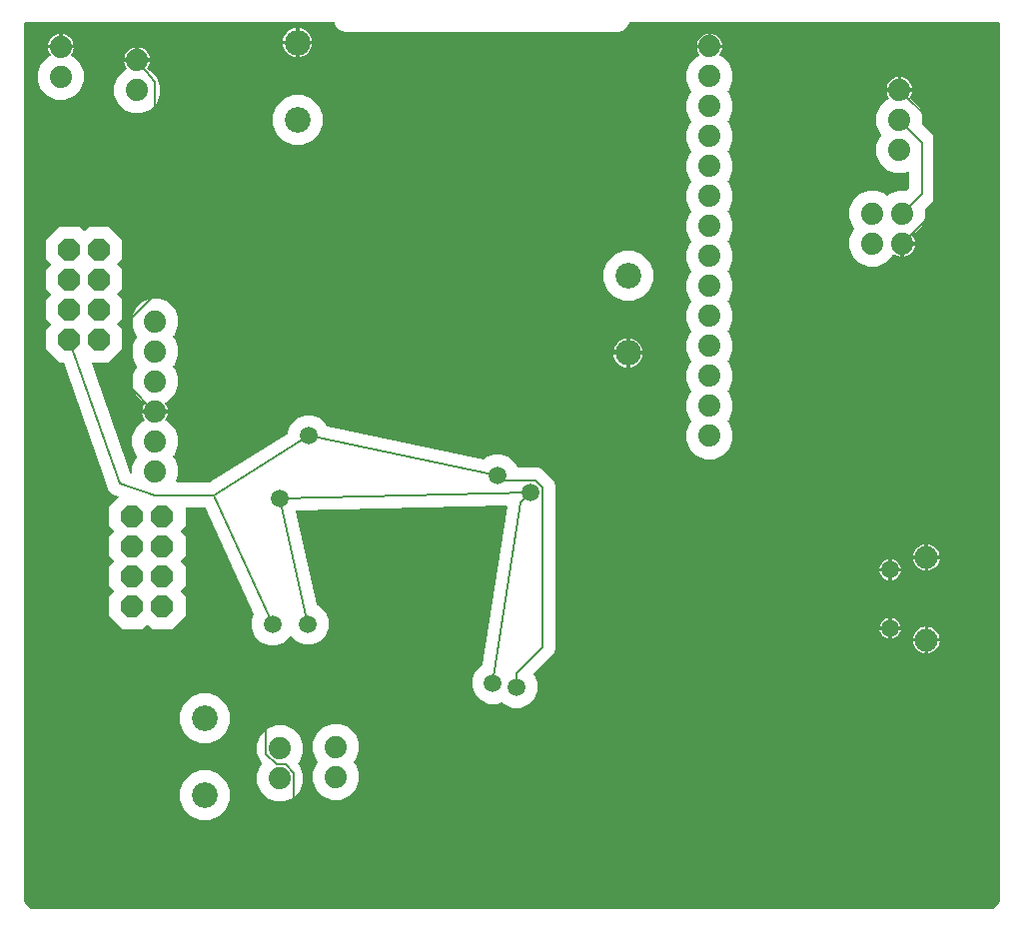
<source format=gbl>
G04 EAGLE Gerber RS-274X export*
G75*
%MOMM*%
%FSLAX34Y34*%
%LPD*%
%INBottom Copper*%
%IPPOS*%
%AMOC8*
5,1,8,0,0,1.08239X$1,22.5*%
G01*
%ADD10C,1.879600*%
%ADD11C,2.184400*%
%ADD12P,2.034460X8X112.500000*%
%ADD13C,1.508000*%
%ADD14C,1.950000*%
%ADD15P,2.034460X8X292.500000*%
%ADD16C,0.152400*%

G36*
X820090Y249254D02*
X820090Y249254D01*
X820181Y249261D01*
X820211Y249273D01*
X820243Y249279D01*
X820323Y249321D01*
X820407Y249357D01*
X820439Y249383D01*
X820460Y249394D01*
X820482Y249417D01*
X820538Y249462D01*
X825538Y254462D01*
X825591Y254536D01*
X825651Y254605D01*
X825663Y254635D01*
X825682Y254661D01*
X825709Y254748D01*
X825743Y254833D01*
X825747Y254874D01*
X825754Y254897D01*
X825753Y254929D01*
X825761Y255000D01*
X825761Y1000000D01*
X825758Y1000020D01*
X825760Y1000039D01*
X825738Y1000141D01*
X825722Y1000243D01*
X825712Y1000260D01*
X825708Y1000280D01*
X825655Y1000369D01*
X825606Y1000460D01*
X825592Y1000474D01*
X825582Y1000491D01*
X825503Y1000558D01*
X825428Y1000630D01*
X825410Y1000638D01*
X825395Y1000651D01*
X825299Y1000690D01*
X825205Y1000733D01*
X825185Y1000735D01*
X825167Y1000743D01*
X825000Y1000761D01*
X512342Y1000761D01*
X512227Y1000742D01*
X512111Y1000725D01*
X512106Y1000723D01*
X512100Y1000722D01*
X511997Y1000667D01*
X511892Y1000614D01*
X511888Y1000609D01*
X511882Y1000606D01*
X511802Y1000522D01*
X511720Y1000438D01*
X511716Y1000432D01*
X511713Y1000428D01*
X511705Y1000411D01*
X511639Y1000291D01*
X510352Y997185D01*
X507315Y994148D01*
X503347Y992504D01*
X270453Y992504D01*
X266485Y994148D01*
X263448Y997185D01*
X262161Y1000291D01*
X262099Y1000391D01*
X262040Y1000491D01*
X262035Y1000495D01*
X262031Y1000500D01*
X261941Y1000575D01*
X261853Y1000651D01*
X261847Y1000653D01*
X261842Y1000657D01*
X261734Y1000699D01*
X261624Y1000743D01*
X261617Y1000744D01*
X261612Y1000745D01*
X261594Y1000746D01*
X261458Y1000761D01*
X0Y1000761D01*
X-20Y1000758D01*
X-39Y1000760D01*
X-141Y1000738D01*
X-243Y1000722D01*
X-260Y1000712D01*
X-280Y1000708D01*
X-369Y1000655D01*
X-460Y1000606D01*
X-474Y1000592D01*
X-491Y1000582D01*
X-558Y1000503D01*
X-630Y1000428D01*
X-638Y1000410D01*
X-651Y1000395D01*
X-690Y1000299D01*
X-733Y1000205D01*
X-735Y1000185D01*
X-743Y1000167D01*
X-761Y1000000D01*
X-761Y255000D01*
X-747Y254910D01*
X-739Y254819D01*
X-727Y254789D01*
X-722Y254757D01*
X-679Y254677D01*
X-643Y254593D01*
X-617Y254561D01*
X-606Y254540D01*
X-583Y254518D01*
X-538Y254462D01*
X4462Y249462D01*
X4536Y249409D01*
X4605Y249349D01*
X4635Y249337D01*
X4661Y249318D01*
X4748Y249291D01*
X4833Y249257D01*
X4874Y249253D01*
X4897Y249246D01*
X4929Y249247D01*
X5000Y249239D01*
X820000Y249239D01*
X820090Y249254D01*
G37*
%LPC*%
G36*
X412708Y419640D02*
X412708Y419640D01*
X406202Y422335D01*
X404216Y424321D01*
X404122Y424389D01*
X404028Y424459D01*
X404022Y424461D01*
X404017Y424465D01*
X403905Y424499D01*
X403794Y424535D01*
X403787Y424535D01*
X403781Y424537D01*
X403665Y424534D01*
X403548Y424533D01*
X403541Y424531D01*
X403536Y424531D01*
X403518Y424524D01*
X403387Y424486D01*
X399918Y423049D01*
X392876Y423049D01*
X386370Y425744D01*
X381391Y430723D01*
X378696Y437229D01*
X378696Y444271D01*
X381391Y450777D01*
X386370Y455756D01*
X387361Y456166D01*
X387411Y456197D01*
X387466Y456220D01*
X387515Y456262D01*
X387570Y456296D01*
X387608Y456341D01*
X387652Y456380D01*
X387685Y456435D01*
X387727Y456485D01*
X387748Y456541D01*
X387778Y456591D01*
X387803Y456685D01*
X387815Y456715D01*
X387816Y456730D01*
X387822Y456753D01*
X408437Y589900D01*
X408436Y589986D01*
X408444Y590073D01*
X408435Y590109D01*
X408435Y590146D01*
X408406Y590227D01*
X408386Y590312D01*
X408366Y590343D01*
X408354Y590378D01*
X408301Y590447D01*
X408255Y590520D01*
X408226Y590543D01*
X408204Y590573D01*
X408132Y590621D01*
X408065Y590676D01*
X408030Y590689D01*
X407999Y590709D01*
X407916Y590732D01*
X407835Y590762D01*
X407787Y590767D01*
X407762Y590773D01*
X407731Y590772D01*
X407667Y590777D01*
X229973Y586798D01*
X229891Y586782D01*
X229809Y586776D01*
X229771Y586760D01*
X229731Y586752D01*
X229658Y586712D01*
X229582Y586680D01*
X229541Y586646D01*
X229516Y586633D01*
X229496Y586611D01*
X229451Y586575D01*
X229315Y586438D01*
X229284Y586395D01*
X229245Y586358D01*
X229212Y586296D01*
X229172Y586239D01*
X229156Y586188D01*
X229131Y586140D01*
X229120Y586071D01*
X229099Y586004D01*
X229101Y585950D01*
X229092Y585897D01*
X229105Y585787D01*
X229106Y585758D01*
X229109Y585747D01*
X229111Y585730D01*
X247096Y507149D01*
X247108Y507120D01*
X247113Y507088D01*
X247154Y507007D01*
X247189Y506922D01*
X247210Y506897D01*
X247224Y506869D01*
X247290Y506805D01*
X247349Y506735D01*
X247377Y506719D01*
X247400Y506697D01*
X247547Y506616D01*
X249676Y505734D01*
X254655Y500755D01*
X257350Y494249D01*
X257350Y487207D01*
X254655Y480701D01*
X249676Y475722D01*
X243170Y473027D01*
X236128Y473027D01*
X229622Y475722D01*
X225300Y480044D01*
X225284Y480056D01*
X225272Y480071D01*
X225184Y480127D01*
X225101Y480188D01*
X225082Y480193D01*
X225065Y480204D01*
X224964Y480230D01*
X224865Y480260D01*
X224846Y480259D01*
X224826Y480264D01*
X224723Y480256D01*
X224620Y480254D01*
X224601Y480247D01*
X224581Y480245D01*
X224486Y480205D01*
X224389Y480169D01*
X224373Y480157D01*
X224355Y480149D01*
X224224Y480044D01*
X219696Y475516D01*
X213190Y472821D01*
X206148Y472821D01*
X199642Y475516D01*
X194663Y480495D01*
X191968Y487001D01*
X191968Y494043D01*
X193803Y498472D01*
X193827Y498573D01*
X193856Y498673D01*
X193855Y498693D01*
X193859Y498712D01*
X193849Y498815D01*
X193845Y498919D01*
X193837Y498942D01*
X193836Y498957D01*
X193823Y498986D01*
X193793Y499078D01*
X153164Y588631D01*
X153106Y588717D01*
X153052Y588807D01*
X153038Y588819D01*
X153027Y588835D01*
X152945Y588899D01*
X152866Y588967D01*
X152848Y588974D01*
X152833Y588986D01*
X152734Y589020D01*
X152637Y589059D01*
X152614Y589061D01*
X152600Y589066D01*
X152568Y589066D01*
X152471Y589077D01*
X136472Y589077D01*
X136452Y589074D01*
X136433Y589076D01*
X136331Y589054D01*
X136229Y589038D01*
X136212Y589028D01*
X136192Y589024D01*
X136103Y588971D01*
X136012Y588922D01*
X135998Y588908D01*
X135981Y588898D01*
X135914Y588819D01*
X135842Y588744D01*
X135834Y588726D01*
X135821Y588711D01*
X135782Y588615D01*
X135739Y588521D01*
X135737Y588501D01*
X135729Y588483D01*
X135711Y588316D01*
X135711Y573724D01*
X131650Y569663D01*
X131639Y569647D01*
X131623Y569635D01*
X131567Y569547D01*
X131507Y569464D01*
X131501Y569445D01*
X131490Y569428D01*
X131465Y569327D01*
X131435Y569228D01*
X131435Y569209D01*
X131430Y569189D01*
X131438Y569086D01*
X131441Y568983D01*
X131448Y568964D01*
X131449Y568944D01*
X131490Y568849D01*
X131525Y568752D01*
X131538Y568736D01*
X131546Y568718D01*
X131650Y568587D01*
X135711Y564526D01*
X135711Y548324D01*
X131650Y544263D01*
X131639Y544247D01*
X131623Y544235D01*
X131567Y544147D01*
X131507Y544064D01*
X131501Y544045D01*
X131490Y544028D01*
X131465Y543927D01*
X131435Y543828D01*
X131435Y543809D01*
X131430Y543789D01*
X131438Y543686D01*
X131441Y543583D01*
X131448Y543564D01*
X131449Y543544D01*
X131490Y543449D01*
X131525Y543352D01*
X131538Y543336D01*
X131546Y543318D01*
X131650Y543187D01*
X135711Y539126D01*
X135711Y522924D01*
X131650Y518863D01*
X131639Y518847D01*
X131623Y518835D01*
X131567Y518747D01*
X131507Y518664D01*
X131501Y518645D01*
X131490Y518628D01*
X131465Y518527D01*
X131435Y518428D01*
X131435Y518409D01*
X131430Y518389D01*
X131438Y518286D01*
X131441Y518183D01*
X131448Y518164D01*
X131449Y518144D01*
X131490Y518049D01*
X131525Y517952D01*
X131538Y517936D01*
X131546Y517918D01*
X131650Y517787D01*
X135711Y513726D01*
X135711Y497524D01*
X124253Y486066D01*
X108051Y486066D01*
X103990Y490127D01*
X103974Y490138D01*
X103962Y490154D01*
X103874Y490210D01*
X103791Y490270D01*
X103772Y490276D01*
X103755Y490287D01*
X103654Y490312D01*
X103555Y490342D01*
X103536Y490342D01*
X103516Y490347D01*
X103413Y490339D01*
X103310Y490336D01*
X103291Y490329D01*
X103271Y490328D01*
X103176Y490287D01*
X103079Y490252D01*
X103063Y490239D01*
X103045Y490231D01*
X102914Y490127D01*
X98853Y486066D01*
X82651Y486066D01*
X71193Y497524D01*
X71193Y513726D01*
X75254Y517787D01*
X75265Y517803D01*
X75281Y517815D01*
X75337Y517903D01*
X75397Y517986D01*
X75403Y518005D01*
X75414Y518022D01*
X75439Y518123D01*
X75469Y518222D01*
X75469Y518241D01*
X75474Y518261D01*
X75466Y518364D01*
X75463Y518467D01*
X75456Y518486D01*
X75455Y518506D01*
X75414Y518601D01*
X75379Y518698D01*
X75366Y518714D01*
X75358Y518732D01*
X75254Y518863D01*
X71193Y522924D01*
X71193Y539126D01*
X75254Y543187D01*
X75265Y543203D01*
X75281Y543215D01*
X75337Y543303D01*
X75397Y543386D01*
X75403Y543405D01*
X75414Y543422D01*
X75439Y543523D01*
X75469Y543622D01*
X75469Y543641D01*
X75474Y543661D01*
X75466Y543764D01*
X75463Y543867D01*
X75456Y543886D01*
X75455Y543906D01*
X75414Y544001D01*
X75379Y544098D01*
X75366Y544114D01*
X75358Y544132D01*
X75254Y544263D01*
X71193Y548324D01*
X71193Y564526D01*
X75254Y568587D01*
X75265Y568603D01*
X75281Y568615D01*
X75337Y568703D01*
X75397Y568786D01*
X75403Y568805D01*
X75414Y568822D01*
X75439Y568923D01*
X75469Y569022D01*
X75469Y569041D01*
X75474Y569061D01*
X75466Y569164D01*
X75463Y569267D01*
X75456Y569286D01*
X75455Y569306D01*
X75414Y569401D01*
X75379Y569498D01*
X75366Y569514D01*
X75358Y569532D01*
X75254Y569663D01*
X71193Y573724D01*
X71193Y589926D01*
X78944Y597677D01*
X78986Y597736D01*
X79036Y597789D01*
X79058Y597836D01*
X79088Y597877D01*
X79109Y597946D01*
X79139Y598012D01*
X79145Y598063D01*
X79160Y598112D01*
X79158Y598185D01*
X79166Y598257D01*
X79155Y598307D01*
X79154Y598358D01*
X79129Y598426D01*
X79113Y598497D01*
X79087Y598541D01*
X79069Y598589D01*
X79024Y598646D01*
X78986Y598708D01*
X78947Y598741D01*
X78915Y598781D01*
X78854Y598820D01*
X78799Y598867D01*
X78735Y598897D01*
X78708Y598914D01*
X78685Y598920D01*
X78646Y598938D01*
X78029Y599144D01*
X78012Y599146D01*
X77996Y599154D01*
X77830Y599181D01*
X77222Y599215D01*
X75932Y599836D01*
X75902Y599845D01*
X75843Y599872D01*
X74485Y600325D01*
X74024Y600724D01*
X74009Y600733D01*
X73998Y600746D01*
X73855Y600835D01*
X73306Y601099D01*
X72352Y602166D01*
X72328Y602186D01*
X72284Y602234D01*
X71202Y603172D01*
X70929Y603717D01*
X70919Y603731D01*
X70913Y603748D01*
X70816Y603884D01*
X70410Y604339D01*
X69937Y605689D01*
X69922Y605717D01*
X69899Y605778D01*
X69259Y607058D01*
X69216Y607667D01*
X69212Y607683D01*
X69212Y607701D01*
X69175Y607864D01*
X32756Y711832D01*
X32749Y711845D01*
X32746Y711860D01*
X32690Y711953D01*
X32638Y712048D01*
X32627Y712058D01*
X32620Y712071D01*
X32537Y712141D01*
X32458Y712215D01*
X32444Y712221D01*
X32433Y712231D01*
X32332Y712271D01*
X32234Y712316D01*
X32219Y712317D01*
X32204Y712323D01*
X32038Y712341D01*
X29199Y712341D01*
X17741Y723799D01*
X17741Y740001D01*
X21802Y744062D01*
X21813Y744078D01*
X21829Y744090D01*
X21885Y744178D01*
X21945Y744261D01*
X21951Y744280D01*
X21962Y744297D01*
X21987Y744398D01*
X22017Y744497D01*
X22017Y744516D01*
X22022Y744536D01*
X22014Y744639D01*
X22011Y744742D01*
X22004Y744761D01*
X22003Y744781D01*
X21962Y744876D01*
X21927Y744973D01*
X21914Y744989D01*
X21906Y745007D01*
X21802Y745138D01*
X17741Y749199D01*
X17741Y765401D01*
X21802Y769462D01*
X21813Y769478D01*
X21829Y769490D01*
X21885Y769578D01*
X21945Y769661D01*
X21951Y769680D01*
X21962Y769697D01*
X21987Y769798D01*
X22017Y769897D01*
X22017Y769916D01*
X22022Y769936D01*
X22014Y770039D01*
X22011Y770142D01*
X22004Y770161D01*
X22003Y770181D01*
X21962Y770276D01*
X21927Y770373D01*
X21914Y770389D01*
X21906Y770407D01*
X21802Y770538D01*
X17741Y774599D01*
X17741Y790801D01*
X21802Y794862D01*
X21813Y794878D01*
X21829Y794890D01*
X21885Y794978D01*
X21945Y795061D01*
X21951Y795080D01*
X21962Y795097D01*
X21987Y795198D01*
X22017Y795297D01*
X22017Y795316D01*
X22022Y795336D01*
X22014Y795439D01*
X22011Y795542D01*
X22004Y795561D01*
X22003Y795581D01*
X21962Y795676D01*
X21927Y795773D01*
X21914Y795789D01*
X21906Y795807D01*
X21802Y795938D01*
X17741Y799999D01*
X17741Y816201D01*
X29199Y827659D01*
X45401Y827659D01*
X49462Y823598D01*
X49478Y823587D01*
X49490Y823571D01*
X49578Y823515D01*
X49661Y823455D01*
X49680Y823449D01*
X49697Y823438D01*
X49798Y823413D01*
X49897Y823383D01*
X49916Y823383D01*
X49936Y823378D01*
X50039Y823386D01*
X50142Y823389D01*
X50161Y823396D01*
X50181Y823397D01*
X50276Y823438D01*
X50373Y823473D01*
X50389Y823486D01*
X50407Y823494D01*
X50538Y823598D01*
X54599Y827659D01*
X70801Y827659D01*
X82259Y816201D01*
X82259Y799999D01*
X78198Y795938D01*
X78187Y795922D01*
X78171Y795910D01*
X78115Y795822D01*
X78055Y795739D01*
X78049Y795720D01*
X78038Y795703D01*
X78013Y795602D01*
X77983Y795503D01*
X77983Y795484D01*
X77978Y795464D01*
X77986Y795361D01*
X77989Y795258D01*
X77996Y795239D01*
X77997Y795219D01*
X78038Y795124D01*
X78073Y795027D01*
X78086Y795011D01*
X78094Y794993D01*
X78198Y794862D01*
X82259Y790801D01*
X82259Y774599D01*
X78198Y770538D01*
X78187Y770522D01*
X78171Y770510D01*
X78115Y770422D01*
X78055Y770339D01*
X78049Y770320D01*
X78038Y770303D01*
X78013Y770202D01*
X77983Y770103D01*
X77983Y770084D01*
X77978Y770064D01*
X77986Y769961D01*
X77989Y769858D01*
X77996Y769839D01*
X77997Y769819D01*
X78038Y769724D01*
X78073Y769627D01*
X78086Y769611D01*
X78094Y769593D01*
X78198Y769462D01*
X82259Y765401D01*
X82259Y749199D01*
X78198Y745138D01*
X78187Y745122D01*
X78171Y745110D01*
X78115Y745022D01*
X78055Y744939D01*
X78049Y744920D01*
X78038Y744903D01*
X78013Y744802D01*
X77983Y744703D01*
X77983Y744684D01*
X77978Y744664D01*
X77986Y744561D01*
X77989Y744458D01*
X77996Y744439D01*
X77997Y744419D01*
X78038Y744324D01*
X78073Y744227D01*
X78086Y744211D01*
X78094Y744193D01*
X78198Y744062D01*
X82259Y740001D01*
X82259Y723799D01*
X70801Y712341D01*
X56798Y712341D01*
X56774Y712337D01*
X56749Y712340D01*
X56653Y712317D01*
X56555Y712302D01*
X56533Y712290D01*
X56509Y712284D01*
X56425Y712233D01*
X56338Y712186D01*
X56321Y712169D01*
X56300Y712156D01*
X56236Y712080D01*
X56168Y712008D01*
X56158Y711986D01*
X56142Y711967D01*
X56106Y711875D01*
X56065Y711785D01*
X56062Y711761D01*
X56053Y711738D01*
X56049Y711639D01*
X56038Y711541D01*
X56043Y711516D01*
X56042Y711492D01*
X56079Y711328D01*
X88414Y619020D01*
X88422Y619006D01*
X88425Y618990D01*
X88480Y618898D01*
X88532Y618804D01*
X88543Y618793D01*
X88552Y618779D01*
X88633Y618710D01*
X88712Y618637D01*
X88727Y618630D01*
X88739Y618620D01*
X88892Y618550D01*
X89439Y618367D01*
X89458Y618364D01*
X89475Y618356D01*
X89579Y618345D01*
X89682Y618328D01*
X89701Y618331D01*
X89719Y618329D01*
X89821Y618351D01*
X89925Y618368D01*
X89941Y618377D01*
X89960Y618381D01*
X90050Y618435D01*
X90142Y618484D01*
X90155Y618498D01*
X90171Y618508D01*
X90239Y618587D01*
X90311Y618663D01*
X90319Y618680D01*
X90331Y618694D01*
X90370Y618792D01*
X90414Y618886D01*
X90416Y618905D01*
X90423Y618923D01*
X90441Y619089D01*
X90441Y623890D01*
X93419Y631079D01*
X94501Y632162D01*
X94513Y632178D01*
X94529Y632190D01*
X94585Y632278D01*
X94645Y632361D01*
X94651Y632380D01*
X94662Y632397D01*
X94687Y632498D01*
X94717Y632597D01*
X94717Y632616D01*
X94722Y632636D01*
X94714Y632739D01*
X94711Y632842D01*
X94704Y632861D01*
X94703Y632881D01*
X94662Y632976D01*
X94627Y633073D01*
X94614Y633089D01*
X94606Y633107D01*
X94501Y633238D01*
X93419Y634321D01*
X90441Y641510D01*
X90441Y649290D01*
X93419Y656479D01*
X98921Y661981D01*
X101092Y662880D01*
X101185Y662938D01*
X101280Y662992D01*
X101289Y663003D01*
X101301Y663010D01*
X101371Y663094D01*
X101443Y663175D01*
X101449Y663189D01*
X101458Y663200D01*
X101497Y663301D01*
X101540Y663402D01*
X101541Y663416D01*
X101546Y663429D01*
X101551Y663538D01*
X101559Y663647D01*
X101556Y663661D01*
X101557Y663675D01*
X101526Y663780D01*
X101500Y663885D01*
X101491Y663901D01*
X101488Y663911D01*
X101471Y663935D01*
X101417Y664031D01*
X100658Y665075D01*
X99878Y666607D01*
X99346Y668242D01*
X99182Y669277D01*
X108477Y669277D01*
X108477Y665720D01*
X108480Y665700D01*
X108478Y665681D01*
X108500Y665579D01*
X108517Y665477D01*
X108526Y665460D01*
X108530Y665440D01*
X108583Y665351D01*
X108632Y665260D01*
X108646Y665246D01*
X108656Y665229D01*
X108735Y665162D01*
X108810Y665090D01*
X108828Y665082D01*
X108843Y665069D01*
X108939Y665030D01*
X109033Y664987D01*
X109053Y664985D01*
X109071Y664977D01*
X109238Y664959D01*
X110762Y664959D01*
X110782Y664962D01*
X110801Y664960D01*
X110903Y664982D01*
X111005Y664998D01*
X111022Y665008D01*
X111042Y665012D01*
X111131Y665065D01*
X111222Y665114D01*
X111236Y665128D01*
X111253Y665138D01*
X111320Y665217D01*
X111391Y665292D01*
X111400Y665310D01*
X111413Y665325D01*
X111452Y665421D01*
X111495Y665515D01*
X111497Y665535D01*
X111505Y665553D01*
X111523Y665720D01*
X111523Y669277D01*
X120818Y669277D01*
X120654Y668242D01*
X120122Y666607D01*
X119342Y665075D01*
X118583Y664031D01*
X118534Y663934D01*
X118482Y663838D01*
X118479Y663824D01*
X118473Y663811D01*
X118457Y663703D01*
X118438Y663596D01*
X118440Y663582D01*
X118438Y663568D01*
X118458Y663461D01*
X118474Y663353D01*
X118480Y663340D01*
X118483Y663326D01*
X118536Y663231D01*
X118585Y663134D01*
X118596Y663124D01*
X118602Y663111D01*
X118683Y663038D01*
X118761Y662961D01*
X118776Y662953D01*
X118784Y662946D01*
X118811Y662934D01*
X118908Y662880D01*
X121079Y661981D01*
X126581Y656479D01*
X129559Y649290D01*
X129559Y641510D01*
X126581Y634321D01*
X125499Y633238D01*
X125487Y633222D01*
X125471Y633210D01*
X125415Y633122D01*
X125355Y633039D01*
X125349Y633020D01*
X125338Y633003D01*
X125313Y632902D01*
X125283Y632803D01*
X125283Y632784D01*
X125278Y632764D01*
X125286Y632661D01*
X125289Y632558D01*
X125296Y632539D01*
X125297Y632519D01*
X125338Y632424D01*
X125373Y632327D01*
X125386Y632311D01*
X125394Y632293D01*
X125499Y632162D01*
X126581Y631079D01*
X129559Y623890D01*
X129559Y616110D01*
X127846Y611975D01*
X127836Y611931D01*
X127816Y611889D01*
X127808Y611812D01*
X127790Y611736D01*
X127794Y611690D01*
X127789Y611645D01*
X127806Y611568D01*
X127813Y611491D01*
X127832Y611449D01*
X127842Y611404D01*
X127882Y611337D01*
X127913Y611266D01*
X127944Y611232D01*
X127968Y611193D01*
X128027Y611142D01*
X128080Y611085D01*
X128120Y611063D01*
X128155Y611033D01*
X128227Y611004D01*
X128295Y610967D01*
X128340Y610958D01*
X128383Y610941D01*
X128519Y610926D01*
X128537Y610923D01*
X128542Y610924D01*
X128550Y610923D01*
X156649Y610923D01*
X156654Y610924D01*
X156659Y610923D01*
X156776Y610943D01*
X156892Y610962D01*
X156896Y610965D01*
X156901Y610966D01*
X157053Y611038D01*
X221941Y651594D01*
X221982Y651630D01*
X222029Y651658D01*
X222074Y651711D01*
X222126Y651756D01*
X222154Y651803D01*
X222189Y651845D01*
X222215Y651909D01*
X222250Y651969D01*
X222260Y652022D01*
X222281Y652073D01*
X222293Y652181D01*
X222299Y652210D01*
X222297Y652222D01*
X222299Y652240D01*
X222299Y653521D01*
X224994Y660027D01*
X229973Y665006D01*
X236479Y667701D01*
X243521Y667701D01*
X250027Y665006D01*
X255006Y660027D01*
X255756Y658215D01*
X255777Y658182D01*
X255790Y658144D01*
X255841Y658078D01*
X255886Y658006D01*
X255916Y657981D01*
X255940Y657950D01*
X256010Y657903D01*
X256075Y657849D01*
X256112Y657835D01*
X256145Y657813D01*
X256304Y657761D01*
X388545Y630218D01*
X388591Y630216D01*
X388636Y630205D01*
X388713Y630211D01*
X388790Y630207D01*
X388835Y630220D01*
X388881Y630224D01*
X388952Y630254D01*
X389027Y630276D01*
X389065Y630302D01*
X389107Y630320D01*
X389213Y630405D01*
X389229Y630416D01*
X389232Y630420D01*
X389238Y630425D01*
X390404Y631591D01*
X396910Y634286D01*
X403952Y634286D01*
X410458Y631591D01*
X415437Y626612D01*
X416773Y623386D01*
X416835Y623286D01*
X416895Y623186D01*
X416900Y623182D01*
X416903Y623177D01*
X416993Y623102D01*
X417082Y623026D01*
X417087Y623024D01*
X417092Y623020D01*
X417201Y622978D01*
X417310Y622934D01*
X417317Y622933D01*
X417322Y622932D01*
X417340Y622931D01*
X417477Y622916D01*
X434644Y622916D01*
X438658Y621253D01*
X447487Y612424D01*
X449150Y608410D01*
X449150Y469022D01*
X447487Y465007D01*
X431079Y448600D01*
X431068Y448584D01*
X431052Y448571D01*
X430996Y448484D01*
X430936Y448400D01*
X430930Y448381D01*
X430919Y448364D01*
X430894Y448264D01*
X430863Y448165D01*
X430864Y448145D01*
X430859Y448126D01*
X430867Y448023D01*
X430870Y447919D01*
X430877Y447900D01*
X430878Y447881D01*
X430919Y447786D01*
X430954Y447688D01*
X430967Y447672D01*
X430975Y447654D01*
X431079Y447523D01*
X431235Y447368D01*
X433930Y440862D01*
X433930Y433820D01*
X431235Y427314D01*
X426256Y422335D01*
X419750Y419640D01*
X412708Y419640D01*
G37*
%LPD*%
%LPC*%
G36*
X576110Y630441D02*
X576110Y630441D01*
X568921Y633419D01*
X563419Y638921D01*
X560441Y646110D01*
X560441Y653890D01*
X563419Y661079D01*
X564501Y662162D01*
X564513Y662178D01*
X564529Y662190D01*
X564585Y662278D01*
X564645Y662361D01*
X564651Y662380D01*
X564662Y662397D01*
X564687Y662498D01*
X564717Y662597D01*
X564717Y662616D01*
X564722Y662636D01*
X564714Y662739D01*
X564711Y662842D01*
X564704Y662861D01*
X564703Y662881D01*
X564662Y662976D01*
X564627Y663073D01*
X564614Y663089D01*
X564606Y663107D01*
X564501Y663238D01*
X563419Y664321D01*
X560441Y671510D01*
X560441Y679290D01*
X563419Y686479D01*
X564501Y687562D01*
X564513Y687578D01*
X564529Y687590D01*
X564585Y687678D01*
X564645Y687761D01*
X564651Y687780D01*
X564662Y687797D01*
X564687Y687898D01*
X564717Y687997D01*
X564717Y688016D01*
X564722Y688036D01*
X564714Y688139D01*
X564711Y688242D01*
X564704Y688261D01*
X564703Y688281D01*
X564662Y688376D01*
X564627Y688473D01*
X564614Y688489D01*
X564606Y688507D01*
X564501Y688638D01*
X563419Y689721D01*
X560441Y696910D01*
X560441Y704690D01*
X563419Y711879D01*
X564501Y712962D01*
X564513Y712978D01*
X564529Y712990D01*
X564585Y713078D01*
X564645Y713161D01*
X564651Y713180D01*
X564662Y713197D01*
X564687Y713298D01*
X564717Y713397D01*
X564717Y713416D01*
X564722Y713436D01*
X564714Y713539D01*
X564711Y713642D01*
X564704Y713661D01*
X564703Y713681D01*
X564662Y713776D01*
X564627Y713873D01*
X564614Y713889D01*
X564606Y713907D01*
X564501Y714038D01*
X563419Y715121D01*
X560441Y722310D01*
X560441Y730090D01*
X563419Y737279D01*
X564501Y738362D01*
X564513Y738378D01*
X564529Y738390D01*
X564585Y738478D01*
X564645Y738561D01*
X564651Y738580D01*
X564662Y738597D01*
X564687Y738698D01*
X564717Y738797D01*
X564717Y738816D01*
X564722Y738836D01*
X564714Y738939D01*
X564711Y739042D01*
X564704Y739061D01*
X564703Y739081D01*
X564662Y739176D01*
X564627Y739273D01*
X564614Y739289D01*
X564606Y739307D01*
X564501Y739438D01*
X563419Y740521D01*
X560441Y747710D01*
X560441Y755490D01*
X563419Y762679D01*
X564501Y763762D01*
X564513Y763778D01*
X564529Y763790D01*
X564585Y763878D01*
X564645Y763961D01*
X564651Y763980D01*
X564662Y763997D01*
X564687Y764098D01*
X564717Y764197D01*
X564717Y764216D01*
X564722Y764236D01*
X564714Y764339D01*
X564711Y764442D01*
X564704Y764461D01*
X564703Y764481D01*
X564662Y764576D01*
X564627Y764673D01*
X564614Y764689D01*
X564606Y764707D01*
X564501Y764838D01*
X563419Y765921D01*
X560441Y773110D01*
X560441Y780890D01*
X563419Y788079D01*
X564501Y789162D01*
X564513Y789178D01*
X564529Y789190D01*
X564585Y789278D01*
X564645Y789361D01*
X564651Y789380D01*
X564662Y789397D01*
X564687Y789498D01*
X564717Y789597D01*
X564717Y789616D01*
X564722Y789636D01*
X564714Y789739D01*
X564711Y789842D01*
X564704Y789861D01*
X564703Y789881D01*
X564662Y789976D01*
X564627Y790073D01*
X564614Y790089D01*
X564606Y790107D01*
X564520Y790215D01*
X564519Y790217D01*
X564518Y790218D01*
X564501Y790238D01*
X563419Y791321D01*
X560441Y798510D01*
X560441Y806290D01*
X563419Y813479D01*
X564501Y814562D01*
X564513Y814578D01*
X564529Y814590D01*
X564585Y814678D01*
X564645Y814761D01*
X564651Y814780D01*
X564662Y814797D01*
X564687Y814898D01*
X564717Y814997D01*
X564717Y815016D01*
X564722Y815036D01*
X564714Y815139D01*
X564711Y815242D01*
X564704Y815261D01*
X564703Y815281D01*
X564662Y815376D01*
X564627Y815473D01*
X564614Y815489D01*
X564606Y815507D01*
X564501Y815638D01*
X563419Y816721D01*
X560441Y823910D01*
X560441Y831690D01*
X563419Y838879D01*
X564501Y839962D01*
X564513Y839978D01*
X564529Y839990D01*
X564585Y840078D01*
X564645Y840161D01*
X564651Y840180D01*
X564662Y840197D01*
X564687Y840298D01*
X564717Y840397D01*
X564717Y840416D01*
X564722Y840436D01*
X564714Y840539D01*
X564711Y840642D01*
X564704Y840661D01*
X564703Y840681D01*
X564662Y840776D01*
X564627Y840873D01*
X564614Y840889D01*
X564606Y840907D01*
X564501Y841038D01*
X563419Y842121D01*
X560441Y849310D01*
X560441Y857090D01*
X563419Y864279D01*
X564501Y865362D01*
X564513Y865378D01*
X564529Y865390D01*
X564585Y865478D01*
X564645Y865561D01*
X564651Y865580D01*
X564662Y865597D01*
X564687Y865698D01*
X564717Y865797D01*
X564717Y865816D01*
X564722Y865836D01*
X564714Y865939D01*
X564711Y866042D01*
X564704Y866061D01*
X564703Y866081D01*
X564662Y866176D01*
X564627Y866273D01*
X564614Y866289D01*
X564606Y866307D01*
X564501Y866438D01*
X563419Y867521D01*
X560441Y874710D01*
X560441Y882490D01*
X563419Y889679D01*
X564501Y890762D01*
X564513Y890778D01*
X564529Y890790D01*
X564585Y890878D01*
X564645Y890961D01*
X564651Y890980D01*
X564662Y890997D01*
X564687Y891098D01*
X564717Y891197D01*
X564717Y891216D01*
X564722Y891236D01*
X564714Y891339D01*
X564711Y891442D01*
X564704Y891461D01*
X564703Y891481D01*
X564662Y891576D01*
X564627Y891673D01*
X564614Y891689D01*
X564606Y891707D01*
X564501Y891838D01*
X563419Y892921D01*
X560441Y900110D01*
X560441Y907890D01*
X563419Y915079D01*
X564501Y916162D01*
X564513Y916178D01*
X564529Y916190D01*
X564585Y916278D01*
X564645Y916361D01*
X564651Y916380D01*
X564662Y916397D01*
X564687Y916498D01*
X564717Y916597D01*
X564717Y916616D01*
X564722Y916636D01*
X564714Y916739D01*
X564711Y916842D01*
X564704Y916861D01*
X564703Y916881D01*
X564662Y916976D01*
X564627Y917073D01*
X564614Y917089D01*
X564606Y917107D01*
X564501Y917238D01*
X563419Y918321D01*
X560441Y925510D01*
X560441Y933290D01*
X563419Y940479D01*
X564501Y941562D01*
X564513Y941578D01*
X564529Y941590D01*
X564585Y941678D01*
X564645Y941761D01*
X564651Y941780D01*
X564662Y941797D01*
X564687Y941898D01*
X564717Y941997D01*
X564717Y942016D01*
X564722Y942036D01*
X564714Y942139D01*
X564711Y942242D01*
X564704Y942261D01*
X564703Y942281D01*
X564662Y942376D01*
X564627Y942473D01*
X564614Y942489D01*
X564606Y942507D01*
X564501Y942638D01*
X563419Y943721D01*
X560441Y950910D01*
X560441Y958690D01*
X563419Y965879D01*
X568921Y971381D01*
X571092Y972280D01*
X571185Y972338D01*
X571280Y972392D01*
X571289Y972403D01*
X571301Y972410D01*
X571371Y972494D01*
X571443Y972575D01*
X571449Y972589D01*
X571458Y972600D01*
X571497Y972701D01*
X571540Y972802D01*
X571541Y972816D01*
X571546Y972829D01*
X571551Y972938D01*
X571559Y973047D01*
X571556Y973061D01*
X571557Y973075D01*
X571526Y973180D01*
X571500Y973285D01*
X571491Y973301D01*
X571488Y973311D01*
X571471Y973335D01*
X571417Y973431D01*
X570658Y974475D01*
X569878Y976007D01*
X569346Y977642D01*
X569182Y978677D01*
X579238Y978677D01*
X579258Y978680D01*
X579277Y978678D01*
X579379Y978700D01*
X579481Y978717D01*
X579498Y978726D01*
X579518Y978730D01*
X579607Y978783D01*
X579698Y978832D01*
X579712Y978846D01*
X579729Y978856D01*
X579796Y978935D01*
X579867Y979010D01*
X579876Y979028D01*
X579889Y979043D01*
X579927Y979139D01*
X579971Y979233D01*
X579973Y979253D01*
X579981Y979271D01*
X579999Y979438D01*
X579999Y980201D01*
X580001Y980201D01*
X580001Y979438D01*
X580004Y979418D01*
X580002Y979399D01*
X580024Y979297D01*
X580041Y979195D01*
X580050Y979178D01*
X580054Y979158D01*
X580107Y979069D01*
X580156Y978978D01*
X580170Y978964D01*
X580180Y978947D01*
X580259Y978880D01*
X580334Y978809D01*
X580352Y978800D01*
X580367Y978787D01*
X580463Y978748D01*
X580557Y978705D01*
X580577Y978703D01*
X580595Y978695D01*
X580762Y978677D01*
X590818Y978677D01*
X590654Y977642D01*
X590122Y976007D01*
X589342Y974475D01*
X588583Y973431D01*
X588534Y973334D01*
X588482Y973238D01*
X588479Y973224D01*
X588473Y973211D01*
X588457Y973103D01*
X588438Y972996D01*
X588440Y972982D01*
X588438Y972968D01*
X588458Y972861D01*
X588474Y972753D01*
X588480Y972740D01*
X588483Y972726D01*
X588536Y972631D01*
X588585Y972534D01*
X588596Y972524D01*
X588602Y972511D01*
X588683Y972438D01*
X588761Y972361D01*
X588776Y972353D01*
X588784Y972346D01*
X588811Y972334D01*
X588908Y972280D01*
X591079Y971381D01*
X596581Y965879D01*
X599559Y958690D01*
X599559Y950910D01*
X596581Y943721D01*
X595499Y942638D01*
X595487Y942622D01*
X595471Y942610D01*
X595415Y942522D01*
X595355Y942439D01*
X595349Y942420D01*
X595338Y942403D01*
X595313Y942302D01*
X595283Y942203D01*
X595283Y942184D01*
X595278Y942164D01*
X595286Y942061D01*
X595289Y941958D01*
X595296Y941939D01*
X595297Y941919D01*
X595338Y941824D01*
X595373Y941727D01*
X595386Y941711D01*
X595394Y941693D01*
X595499Y941562D01*
X596581Y940479D01*
X599559Y933290D01*
X599559Y925510D01*
X596581Y918321D01*
X595499Y917238D01*
X595487Y917222D01*
X595471Y917210D01*
X595415Y917122D01*
X595355Y917039D01*
X595349Y917020D01*
X595338Y917003D01*
X595313Y916902D01*
X595283Y916803D01*
X595283Y916784D01*
X595278Y916764D01*
X595286Y916661D01*
X595289Y916558D01*
X595296Y916539D01*
X595297Y916519D01*
X595338Y916424D01*
X595373Y916327D01*
X595386Y916311D01*
X595394Y916293D01*
X595499Y916162D01*
X596581Y915079D01*
X599559Y907890D01*
X599559Y900110D01*
X596581Y892921D01*
X595499Y891838D01*
X595487Y891822D01*
X595471Y891810D01*
X595415Y891722D01*
X595355Y891639D01*
X595349Y891620D01*
X595338Y891603D01*
X595313Y891502D01*
X595283Y891403D01*
X595283Y891384D01*
X595278Y891364D01*
X595286Y891261D01*
X595289Y891158D01*
X595296Y891139D01*
X595297Y891119D01*
X595338Y891024D01*
X595373Y890927D01*
X595386Y890911D01*
X595394Y890893D01*
X595499Y890762D01*
X596581Y889679D01*
X599559Y882490D01*
X599559Y874710D01*
X596581Y867521D01*
X595499Y866438D01*
X595487Y866422D01*
X595471Y866410D01*
X595415Y866322D01*
X595355Y866239D01*
X595349Y866220D01*
X595338Y866203D01*
X595313Y866102D01*
X595283Y866003D01*
X595283Y865984D01*
X595278Y865964D01*
X595286Y865861D01*
X595289Y865758D01*
X595296Y865739D01*
X595297Y865719D01*
X595338Y865624D01*
X595373Y865527D01*
X595386Y865511D01*
X595394Y865493D01*
X595499Y865362D01*
X596581Y864279D01*
X599559Y857090D01*
X599559Y849310D01*
X596581Y842121D01*
X595499Y841038D01*
X595487Y841022D01*
X595471Y841010D01*
X595415Y840922D01*
X595355Y840839D01*
X595349Y840820D01*
X595338Y840803D01*
X595313Y840702D01*
X595283Y840603D01*
X595283Y840584D01*
X595278Y840564D01*
X595286Y840461D01*
X595289Y840358D01*
X595296Y840339D01*
X595297Y840319D01*
X595338Y840224D01*
X595373Y840127D01*
X595386Y840111D01*
X595394Y840093D01*
X595499Y839962D01*
X596581Y838879D01*
X599559Y831690D01*
X599559Y823910D01*
X596581Y816721D01*
X595499Y815638D01*
X595487Y815622D01*
X595471Y815610D01*
X595415Y815522D01*
X595355Y815439D01*
X595349Y815420D01*
X595338Y815403D01*
X595313Y815302D01*
X595283Y815203D01*
X595283Y815184D01*
X595278Y815164D01*
X595286Y815061D01*
X595289Y814958D01*
X595296Y814939D01*
X595297Y814919D01*
X595338Y814824D01*
X595373Y814727D01*
X595386Y814711D01*
X595394Y814693D01*
X595499Y814562D01*
X596581Y813479D01*
X599559Y806290D01*
X599559Y798510D01*
X596581Y791321D01*
X595499Y790238D01*
X595487Y790222D01*
X595471Y790210D01*
X595440Y790161D01*
X595434Y790154D01*
X595428Y790142D01*
X595415Y790122D01*
X595355Y790039D01*
X595349Y790020D01*
X595338Y790003D01*
X595313Y789902D01*
X595283Y789803D01*
X595283Y789784D01*
X595278Y789764D01*
X595286Y789661D01*
X595289Y789558D01*
X595296Y789539D01*
X595297Y789519D01*
X595338Y789424D01*
X595373Y789327D01*
X595386Y789311D01*
X595394Y789293D01*
X595499Y789162D01*
X596581Y788079D01*
X599559Y780890D01*
X599559Y773110D01*
X596581Y765921D01*
X595499Y764838D01*
X595487Y764822D01*
X595471Y764810D01*
X595415Y764722D01*
X595355Y764639D01*
X595349Y764620D01*
X595338Y764603D01*
X595313Y764502D01*
X595283Y764403D01*
X595283Y764384D01*
X595278Y764364D01*
X595286Y764261D01*
X595289Y764158D01*
X595296Y764139D01*
X595297Y764119D01*
X595338Y764024D01*
X595373Y763927D01*
X595386Y763911D01*
X595394Y763893D01*
X595499Y763762D01*
X596581Y762679D01*
X599559Y755490D01*
X599559Y747710D01*
X596581Y740521D01*
X595499Y739438D01*
X595487Y739422D01*
X595471Y739410D01*
X595415Y739322D01*
X595355Y739239D01*
X595349Y739220D01*
X595338Y739203D01*
X595313Y739102D01*
X595283Y739003D01*
X595283Y738984D01*
X595278Y738964D01*
X595286Y738861D01*
X595289Y738758D01*
X595296Y738739D01*
X595297Y738719D01*
X595338Y738624D01*
X595373Y738527D01*
X595386Y738511D01*
X595394Y738493D01*
X595499Y738362D01*
X596581Y737279D01*
X599559Y730090D01*
X599559Y722310D01*
X596581Y715121D01*
X595499Y714038D01*
X595487Y714022D01*
X595471Y714010D01*
X595415Y713922D01*
X595355Y713839D01*
X595349Y713820D01*
X595338Y713803D01*
X595313Y713702D01*
X595283Y713603D01*
X595283Y713584D01*
X595278Y713564D01*
X595286Y713461D01*
X595289Y713358D01*
X595296Y713339D01*
X595297Y713319D01*
X595338Y713224D01*
X595373Y713127D01*
X595386Y713111D01*
X595394Y713093D01*
X595499Y712962D01*
X596581Y711879D01*
X599559Y704690D01*
X599559Y696910D01*
X596581Y689721D01*
X595499Y688638D01*
X595487Y688622D01*
X595471Y688610D01*
X595415Y688522D01*
X595355Y688439D01*
X595349Y688420D01*
X595338Y688403D01*
X595313Y688302D01*
X595283Y688203D01*
X595283Y688184D01*
X595278Y688164D01*
X595286Y688061D01*
X595289Y687958D01*
X595296Y687939D01*
X595297Y687919D01*
X595338Y687824D01*
X595373Y687727D01*
X595386Y687711D01*
X595394Y687693D01*
X595499Y687562D01*
X596581Y686479D01*
X599559Y679290D01*
X599559Y671510D01*
X596581Y664321D01*
X595499Y663238D01*
X595487Y663222D01*
X595471Y663210D01*
X595415Y663122D01*
X595355Y663039D01*
X595349Y663020D01*
X595338Y663003D01*
X595313Y662902D01*
X595283Y662803D01*
X595283Y662784D01*
X595278Y662764D01*
X595286Y662661D01*
X595289Y662558D01*
X595296Y662539D01*
X595297Y662519D01*
X595338Y662424D01*
X595373Y662327D01*
X595386Y662311D01*
X595394Y662293D01*
X595499Y662162D01*
X596581Y661079D01*
X599559Y653890D01*
X599559Y646110D01*
X596581Y638921D01*
X591079Y633419D01*
X583890Y630441D01*
X576110Y630441D01*
G37*
%LPD*%
%LPC*%
G36*
X714010Y793541D02*
X714010Y793541D01*
X706821Y796519D01*
X701319Y802021D01*
X698341Y809210D01*
X698341Y816990D01*
X701319Y824179D01*
X702401Y825262D01*
X702413Y825278D01*
X702429Y825290D01*
X702485Y825378D01*
X702545Y825461D01*
X702551Y825480D01*
X702562Y825497D01*
X702587Y825598D01*
X702617Y825697D01*
X702617Y825716D01*
X702622Y825736D01*
X702614Y825839D01*
X702611Y825942D01*
X702604Y825961D01*
X702603Y825981D01*
X702562Y826076D01*
X702527Y826173D01*
X702514Y826189D01*
X702506Y826207D01*
X702401Y826338D01*
X701319Y827421D01*
X698341Y834610D01*
X698341Y842390D01*
X701319Y849579D01*
X706821Y855081D01*
X714010Y858059D01*
X721790Y858059D01*
X728979Y855081D01*
X730062Y853999D01*
X730078Y853987D01*
X730090Y853971D01*
X730178Y853915D01*
X730261Y853855D01*
X730280Y853849D01*
X730297Y853838D01*
X730398Y853813D01*
X730497Y853783D01*
X730516Y853783D01*
X730536Y853778D01*
X730639Y853786D01*
X730742Y853789D01*
X730761Y853796D01*
X730781Y853797D01*
X730876Y853838D01*
X730973Y853873D01*
X730989Y853886D01*
X731007Y853894D01*
X731138Y853999D01*
X732221Y855081D01*
X739410Y858059D01*
X747096Y858059D01*
X747186Y858073D01*
X747277Y858081D01*
X747307Y858093D01*
X747339Y858098D01*
X747420Y858141D01*
X747504Y858177D01*
X747536Y858203D01*
X747556Y858214D01*
X747579Y858237D01*
X747635Y858282D01*
X748854Y859501D01*
X748907Y859575D01*
X748967Y859645D01*
X748979Y859675D01*
X748998Y859701D01*
X749025Y859788D01*
X749059Y859873D01*
X749063Y859914D01*
X749070Y859936D01*
X749069Y859968D01*
X749077Y860040D01*
X749077Y873578D01*
X749070Y873623D01*
X749072Y873669D01*
X749050Y873744D01*
X749038Y873820D01*
X749016Y873861D01*
X749003Y873905D01*
X748959Y873969D01*
X748922Y874038D01*
X748889Y874069D01*
X748863Y874107D01*
X748801Y874154D01*
X748744Y874207D01*
X748702Y874226D01*
X748666Y874254D01*
X748592Y874278D01*
X748521Y874311D01*
X748475Y874316D01*
X748432Y874330D01*
X748354Y874329D01*
X748277Y874338D01*
X748232Y874328D01*
X748186Y874328D01*
X748054Y874290D01*
X748036Y874286D01*
X748032Y874283D01*
X748025Y874281D01*
X744790Y872941D01*
X737010Y872941D01*
X729821Y875919D01*
X724319Y881421D01*
X721341Y888610D01*
X721341Y896390D01*
X724319Y903579D01*
X725401Y904662D01*
X725413Y904678D01*
X725429Y904690D01*
X725485Y904778D01*
X725545Y904861D01*
X725551Y904880D01*
X725562Y904897D01*
X725587Y904998D01*
X725617Y905097D01*
X725617Y905116D01*
X725622Y905136D01*
X725614Y905239D01*
X725611Y905342D01*
X725604Y905361D01*
X725603Y905381D01*
X725562Y905476D01*
X725527Y905573D01*
X725514Y905589D01*
X725506Y905607D01*
X725401Y905738D01*
X724319Y906821D01*
X721341Y914010D01*
X721341Y921790D01*
X724319Y928979D01*
X729821Y934481D01*
X731992Y935380D01*
X732085Y935438D01*
X732180Y935492D01*
X732189Y935503D01*
X732201Y935510D01*
X732271Y935595D01*
X732343Y935675D01*
X732349Y935688D01*
X732358Y935700D01*
X732397Y935802D01*
X732440Y935902D01*
X732441Y935916D01*
X732446Y935929D01*
X732451Y936038D01*
X732459Y936147D01*
X732456Y936161D01*
X732457Y936175D01*
X732426Y936280D01*
X732400Y936385D01*
X732391Y936401D01*
X732388Y936411D01*
X732371Y936435D01*
X732317Y936531D01*
X731558Y937575D01*
X730778Y939107D01*
X730246Y940742D01*
X730082Y941777D01*
X740138Y941777D01*
X740158Y941780D01*
X740177Y941778D01*
X740279Y941800D01*
X740381Y941817D01*
X740398Y941826D01*
X740418Y941830D01*
X740507Y941883D01*
X740598Y941932D01*
X740612Y941946D01*
X740629Y941956D01*
X740696Y942035D01*
X740767Y942110D01*
X740776Y942128D01*
X740789Y942143D01*
X740827Y942239D01*
X740871Y942333D01*
X740873Y942353D01*
X740881Y942371D01*
X740899Y942538D01*
X740899Y943301D01*
X740901Y943301D01*
X740901Y942538D01*
X740904Y942518D01*
X740902Y942499D01*
X740924Y942397D01*
X740941Y942295D01*
X740950Y942278D01*
X740954Y942258D01*
X741007Y942169D01*
X741056Y942078D01*
X741070Y942064D01*
X741080Y942047D01*
X741159Y941980D01*
X741234Y941909D01*
X741252Y941900D01*
X741267Y941887D01*
X741363Y941848D01*
X741457Y941805D01*
X741477Y941803D01*
X741495Y941795D01*
X741662Y941777D01*
X751718Y941777D01*
X751554Y940742D01*
X751022Y939107D01*
X750242Y937575D01*
X749483Y936531D01*
X749434Y936434D01*
X749382Y936338D01*
X749379Y936324D01*
X749373Y936311D01*
X749358Y936204D01*
X749338Y936096D01*
X749340Y936082D01*
X749338Y936068D01*
X749358Y935961D01*
X749374Y935853D01*
X749380Y935840D01*
X749383Y935826D01*
X749436Y935731D01*
X749485Y935634D01*
X749496Y935624D01*
X749502Y935611D01*
X749583Y935538D01*
X749661Y935461D01*
X749676Y935453D01*
X749684Y935446D01*
X749711Y935434D01*
X749808Y935380D01*
X751979Y934481D01*
X757481Y928979D01*
X760459Y921790D01*
X760459Y914104D01*
X760473Y914014D01*
X760481Y913923D01*
X760493Y913893D01*
X760498Y913861D01*
X760541Y913780D01*
X760577Y913696D01*
X760603Y913664D01*
X760614Y913644D01*
X760637Y913621D01*
X760682Y913565D01*
X769260Y904987D01*
X770923Y900973D01*
X770923Y853027D01*
X769260Y849013D01*
X763082Y842835D01*
X763029Y842761D01*
X762969Y842691D01*
X762957Y842661D01*
X762938Y842635D01*
X762911Y842548D01*
X762877Y842463D01*
X762873Y842422D01*
X762866Y842400D01*
X762867Y842368D01*
X762859Y842296D01*
X762859Y834610D01*
X759881Y827421D01*
X754379Y821919D01*
X752208Y821020D01*
X752115Y820962D01*
X752020Y820908D01*
X752011Y820897D01*
X751999Y820890D01*
X751929Y820806D01*
X751857Y820725D01*
X751851Y820711D01*
X751842Y820700D01*
X751803Y820599D01*
X751760Y820498D01*
X751759Y820484D01*
X751754Y820471D01*
X751749Y820362D01*
X751741Y820253D01*
X751744Y820239D01*
X751743Y820225D01*
X751774Y820120D01*
X751800Y820015D01*
X751809Y819999D01*
X751812Y819989D01*
X751829Y819965D01*
X751883Y819869D01*
X752642Y818825D01*
X753422Y817293D01*
X753954Y815658D01*
X754118Y814623D01*
X744062Y814623D01*
X744042Y814620D01*
X744023Y814622D01*
X743921Y814600D01*
X743819Y814583D01*
X743802Y814574D01*
X743782Y814570D01*
X743693Y814517D01*
X743602Y814468D01*
X743588Y814454D01*
X743571Y814444D01*
X743504Y814365D01*
X743433Y814290D01*
X743424Y814272D01*
X743411Y814257D01*
X743373Y814161D01*
X743329Y814067D01*
X743327Y814047D01*
X743319Y814029D01*
X743301Y813862D01*
X743301Y813099D01*
X742538Y813099D01*
X742518Y813096D01*
X742499Y813098D01*
X742397Y813076D01*
X742295Y813059D01*
X742278Y813050D01*
X742258Y813046D01*
X742169Y812993D01*
X742078Y812944D01*
X742064Y812930D01*
X742047Y812920D01*
X741980Y812841D01*
X741909Y812766D01*
X741900Y812748D01*
X741887Y812733D01*
X741848Y812637D01*
X741805Y812543D01*
X741803Y812523D01*
X741795Y812505D01*
X741777Y812338D01*
X741777Y802282D01*
X740742Y802446D01*
X739107Y802978D01*
X737575Y803758D01*
X736531Y804517D01*
X736434Y804566D01*
X736338Y804618D01*
X736324Y804621D01*
X736311Y804627D01*
X736203Y804643D01*
X736096Y804662D01*
X736082Y804660D01*
X736068Y804662D01*
X735961Y804642D01*
X735853Y804626D01*
X735840Y804620D01*
X735826Y804617D01*
X735731Y804564D01*
X735634Y804515D01*
X735624Y804504D01*
X735611Y804498D01*
X735538Y804417D01*
X735461Y804339D01*
X735453Y804324D01*
X735446Y804316D01*
X735434Y804289D01*
X735380Y804192D01*
X734481Y802021D01*
X728979Y796519D01*
X721790Y793541D01*
X714010Y793541D01*
G37*
%LPD*%
%LPC*%
G36*
X109999Y670799D02*
X109999Y670799D01*
X109999Y671562D01*
X109996Y671582D01*
X109998Y671601D01*
X109976Y671703D01*
X109959Y671805D01*
X109950Y671822D01*
X109946Y671842D01*
X109893Y671931D01*
X109844Y672022D01*
X109830Y672036D01*
X109820Y672053D01*
X109741Y672120D01*
X109666Y672191D01*
X109648Y672200D01*
X109633Y672213D01*
X109537Y672252D01*
X109443Y672295D01*
X109423Y672297D01*
X109405Y672305D01*
X109238Y672323D01*
X99182Y672323D01*
X99346Y673358D01*
X99878Y674993D01*
X100658Y676525D01*
X101417Y677569D01*
X101466Y677666D01*
X101518Y677762D01*
X101521Y677776D01*
X101527Y677789D01*
X101543Y677897D01*
X101562Y678004D01*
X101560Y678018D01*
X101562Y678032D01*
X101542Y678139D01*
X101526Y678247D01*
X101520Y678260D01*
X101517Y678274D01*
X101464Y678369D01*
X101415Y678466D01*
X101404Y678476D01*
X101398Y678489D01*
X101317Y678562D01*
X101239Y678639D01*
X101224Y678647D01*
X101216Y678654D01*
X101189Y678666D01*
X101092Y678720D01*
X98921Y679619D01*
X93419Y685121D01*
X90441Y692310D01*
X90441Y700090D01*
X93419Y707279D01*
X94501Y708362D01*
X94513Y708378D01*
X94529Y708390D01*
X94585Y708478D01*
X94645Y708561D01*
X94651Y708580D01*
X94662Y708597D01*
X94687Y708698D01*
X94717Y708797D01*
X94717Y708816D01*
X94722Y708836D01*
X94714Y708939D01*
X94711Y709042D01*
X94704Y709061D01*
X94703Y709081D01*
X94662Y709176D01*
X94627Y709273D01*
X94614Y709289D01*
X94606Y709307D01*
X94501Y709438D01*
X93419Y710521D01*
X90441Y717710D01*
X90441Y725490D01*
X93419Y732679D01*
X94501Y733762D01*
X94513Y733778D01*
X94529Y733790D01*
X94585Y733878D01*
X94645Y733961D01*
X94651Y733980D01*
X94662Y733997D01*
X94687Y734098D01*
X94717Y734197D01*
X94717Y734216D01*
X94722Y734236D01*
X94714Y734339D01*
X94711Y734442D01*
X94704Y734461D01*
X94703Y734481D01*
X94662Y734576D01*
X94627Y734673D01*
X94614Y734689D01*
X94606Y734707D01*
X94501Y734838D01*
X93419Y735921D01*
X90441Y743110D01*
X90441Y750890D01*
X93419Y758079D01*
X98921Y763581D01*
X106110Y766559D01*
X113890Y766559D01*
X121079Y763581D01*
X126581Y758079D01*
X129559Y750890D01*
X129559Y743110D01*
X126581Y735921D01*
X125499Y734838D01*
X125487Y734822D01*
X125471Y734810D01*
X125415Y734722D01*
X125355Y734639D01*
X125349Y734620D01*
X125338Y734603D01*
X125313Y734502D01*
X125283Y734403D01*
X125283Y734384D01*
X125278Y734364D01*
X125286Y734261D01*
X125289Y734158D01*
X125296Y734139D01*
X125297Y734119D01*
X125338Y734024D01*
X125373Y733927D01*
X125386Y733911D01*
X125394Y733893D01*
X125499Y733762D01*
X126581Y732679D01*
X129559Y725490D01*
X129559Y717710D01*
X126581Y710521D01*
X125499Y709438D01*
X125487Y709422D01*
X125471Y709410D01*
X125415Y709322D01*
X125355Y709239D01*
X125349Y709220D01*
X125338Y709203D01*
X125313Y709102D01*
X125283Y709003D01*
X125283Y708984D01*
X125278Y708964D01*
X125286Y708861D01*
X125289Y708758D01*
X125296Y708739D01*
X125297Y708719D01*
X125338Y708624D01*
X125373Y708527D01*
X125386Y708511D01*
X125394Y708493D01*
X125499Y708362D01*
X126581Y707279D01*
X129559Y700090D01*
X129559Y692310D01*
X126581Y685121D01*
X121079Y679619D01*
X118908Y678720D01*
X118815Y678662D01*
X118720Y678608D01*
X118711Y678597D01*
X118699Y678590D01*
X118629Y678506D01*
X118557Y678425D01*
X118551Y678411D01*
X118542Y678400D01*
X118503Y678299D01*
X118460Y678198D01*
X118459Y678184D01*
X118454Y678171D01*
X118449Y678062D01*
X118441Y677953D01*
X118444Y677939D01*
X118443Y677925D01*
X118474Y677820D01*
X118500Y677715D01*
X118509Y677699D01*
X118512Y677689D01*
X118529Y677665D01*
X118583Y677569D01*
X119342Y676525D01*
X120122Y674993D01*
X120654Y673358D01*
X120818Y672323D01*
X110762Y672323D01*
X110742Y672320D01*
X110723Y672322D01*
X110621Y672300D01*
X110519Y672283D01*
X110502Y672274D01*
X110482Y672270D01*
X110393Y672217D01*
X110302Y672168D01*
X110288Y672154D01*
X110271Y672144D01*
X110204Y672065D01*
X110133Y671990D01*
X110124Y671972D01*
X110111Y671957D01*
X110073Y671861D01*
X110029Y671767D01*
X110027Y671747D01*
X110019Y671729D01*
X110001Y671562D01*
X110001Y670799D01*
X109999Y670799D01*
G37*
%LPD*%
%LPC*%
G36*
X259319Y341600D02*
X259319Y341600D01*
X252130Y344578D01*
X246628Y350080D01*
X243650Y357269D01*
X243650Y365049D01*
X246628Y372238D01*
X247710Y373321D01*
X247722Y373337D01*
X247738Y373349D01*
X247794Y373437D01*
X247854Y373520D01*
X247860Y373539D01*
X247871Y373556D01*
X247896Y373657D01*
X247926Y373756D01*
X247926Y373775D01*
X247931Y373795D01*
X247923Y373898D01*
X247920Y374001D01*
X247913Y374020D01*
X247912Y374040D01*
X247871Y374135D01*
X247836Y374232D01*
X247823Y374248D01*
X247815Y374266D01*
X247710Y374397D01*
X246628Y375480D01*
X243650Y382669D01*
X243650Y390449D01*
X246628Y397638D01*
X252130Y403140D01*
X259319Y406118D01*
X267099Y406118D01*
X274288Y403140D01*
X279790Y397638D01*
X282768Y390449D01*
X282768Y382669D01*
X279790Y375480D01*
X278708Y374397D01*
X278696Y374381D01*
X278680Y374369D01*
X278624Y374281D01*
X278564Y374198D01*
X278558Y374179D01*
X278547Y374162D01*
X278522Y374061D01*
X278492Y373962D01*
X278492Y373943D01*
X278487Y373923D01*
X278495Y373820D01*
X278498Y373717D01*
X278505Y373698D01*
X278506Y373678D01*
X278547Y373583D01*
X278582Y373486D01*
X278595Y373470D01*
X278603Y373452D01*
X278708Y373321D01*
X279790Y372238D01*
X282768Y365049D01*
X282768Y357269D01*
X279790Y350080D01*
X274288Y344578D01*
X267099Y341600D01*
X259319Y341600D01*
G37*
%LPD*%
%LPC*%
G36*
X211830Y340237D02*
X211830Y340237D01*
X204641Y343215D01*
X199139Y348717D01*
X196161Y355906D01*
X196161Y363686D01*
X199139Y370875D01*
X200221Y371958D01*
X200233Y371974D01*
X200249Y371986D01*
X200305Y372074D01*
X200365Y372157D01*
X200371Y372176D01*
X200382Y372193D01*
X200407Y372294D01*
X200437Y372393D01*
X200437Y372412D01*
X200442Y372432D01*
X200434Y372535D01*
X200431Y372638D01*
X200424Y372657D01*
X200423Y372677D01*
X200382Y372772D01*
X200347Y372869D01*
X200334Y372885D01*
X200326Y372903D01*
X200221Y373034D01*
X199139Y374117D01*
X196161Y381306D01*
X196161Y389086D01*
X199139Y396275D01*
X204641Y401777D01*
X211830Y404755D01*
X219610Y404755D01*
X226799Y401777D01*
X232301Y396275D01*
X235279Y389086D01*
X235279Y381306D01*
X232301Y374117D01*
X231219Y373034D01*
X231207Y373018D01*
X231191Y373006D01*
X231135Y372918D01*
X231075Y372835D01*
X231069Y372816D01*
X231058Y372799D01*
X231033Y372698D01*
X231003Y372599D01*
X231003Y372580D01*
X230998Y372560D01*
X231006Y372457D01*
X231009Y372354D01*
X231016Y372335D01*
X231017Y372315D01*
X231058Y372220D01*
X231093Y372123D01*
X231106Y372107D01*
X231114Y372089D01*
X231219Y371958D01*
X232301Y370875D01*
X235279Y363686D01*
X235279Y355906D01*
X232301Y348717D01*
X226799Y343215D01*
X219610Y340237D01*
X211830Y340237D01*
G37*
%LPD*%
%LPC*%
G36*
X147834Y324562D02*
X147834Y324562D01*
X140086Y327772D01*
X134155Y333703D01*
X130945Y341451D01*
X130945Y349839D01*
X134155Y357587D01*
X140086Y363518D01*
X147834Y366728D01*
X156222Y366728D01*
X163970Y363518D01*
X169901Y357587D01*
X173111Y349839D01*
X173111Y341451D01*
X169901Y333703D01*
X163970Y327772D01*
X156222Y324562D01*
X147834Y324562D01*
G37*
%LPD*%
%LPC*%
G36*
X226537Y897049D02*
X226537Y897049D01*
X218789Y900259D01*
X212858Y906190D01*
X209648Y913938D01*
X209648Y922326D01*
X212858Y930074D01*
X218789Y936005D01*
X226537Y939215D01*
X234925Y939215D01*
X242673Y936005D01*
X248604Y930074D01*
X251814Y922326D01*
X251814Y913938D01*
X248604Y906190D01*
X242673Y900259D01*
X234925Y897049D01*
X226537Y897049D01*
G37*
%LPD*%
%LPC*%
G36*
X506706Y764656D02*
X506706Y764656D01*
X498958Y767866D01*
X493027Y773797D01*
X489817Y781545D01*
X489817Y789933D01*
X493027Y797681D01*
X498958Y803612D01*
X506706Y806822D01*
X515094Y806822D01*
X522842Y803612D01*
X528773Y797681D01*
X531983Y789933D01*
X531983Y781545D01*
X528773Y773797D01*
X522842Y767866D01*
X515094Y764656D01*
X506706Y764656D01*
G37*
%LPD*%
%LPC*%
G36*
X147834Y389840D02*
X147834Y389840D01*
X140086Y393050D01*
X134155Y398981D01*
X130945Y406729D01*
X130945Y415117D01*
X134155Y422865D01*
X140086Y428796D01*
X147834Y432006D01*
X156222Y432006D01*
X163970Y428796D01*
X169901Y422865D01*
X173111Y415117D01*
X173111Y406729D01*
X169901Y398981D01*
X163970Y393050D01*
X156222Y389840D01*
X147834Y389840D01*
G37*
%LPD*%
%LPC*%
G36*
X26110Y935041D02*
X26110Y935041D01*
X18921Y938019D01*
X13419Y943521D01*
X10441Y950710D01*
X10441Y958490D01*
X13419Y965679D01*
X18921Y971181D01*
X21092Y972080D01*
X21185Y972138D01*
X21280Y972192D01*
X21289Y972203D01*
X21301Y972210D01*
X21371Y972294D01*
X21443Y972375D01*
X21449Y972389D01*
X21458Y972400D01*
X21497Y972501D01*
X21540Y972602D01*
X21541Y972616D01*
X21546Y972629D01*
X21551Y972738D01*
X21559Y972847D01*
X21556Y972861D01*
X21557Y972875D01*
X21526Y972980D01*
X21500Y973085D01*
X21491Y973101D01*
X21488Y973111D01*
X21471Y973135D01*
X21417Y973231D01*
X20658Y974275D01*
X19878Y975807D01*
X19346Y977442D01*
X19182Y978477D01*
X29238Y978477D01*
X29258Y978480D01*
X29277Y978478D01*
X29379Y978500D01*
X29481Y978517D01*
X29498Y978526D01*
X29518Y978530D01*
X29607Y978583D01*
X29698Y978632D01*
X29712Y978646D01*
X29729Y978656D01*
X29796Y978735D01*
X29867Y978810D01*
X29876Y978828D01*
X29889Y978843D01*
X29927Y978939D01*
X29971Y979033D01*
X29973Y979053D01*
X29981Y979071D01*
X29999Y979238D01*
X29999Y980001D01*
X30001Y980001D01*
X30001Y979238D01*
X30004Y979218D01*
X30002Y979199D01*
X30024Y979097D01*
X30041Y978995D01*
X30050Y978978D01*
X30054Y978958D01*
X30107Y978869D01*
X30156Y978778D01*
X30170Y978764D01*
X30180Y978747D01*
X30259Y978680D01*
X30334Y978609D01*
X30352Y978600D01*
X30367Y978587D01*
X30463Y978548D01*
X30557Y978505D01*
X30577Y978503D01*
X30595Y978495D01*
X30762Y978477D01*
X40818Y978477D01*
X40654Y977442D01*
X40122Y975807D01*
X39342Y974275D01*
X38583Y973231D01*
X38534Y973134D01*
X38482Y973038D01*
X38479Y973024D01*
X38473Y973011D01*
X38457Y972903D01*
X38438Y972796D01*
X38440Y972782D01*
X38438Y972768D01*
X38458Y972661D01*
X38474Y972553D01*
X38480Y972540D01*
X38483Y972526D01*
X38536Y972431D01*
X38585Y972334D01*
X38596Y972324D01*
X38602Y972311D01*
X38683Y972238D01*
X38761Y972161D01*
X38776Y972153D01*
X38784Y972146D01*
X38811Y972134D01*
X38908Y972080D01*
X41079Y971181D01*
X46581Y965679D01*
X49559Y958490D01*
X49559Y950710D01*
X46581Y943521D01*
X41079Y938019D01*
X33890Y935041D01*
X26110Y935041D01*
G37*
%LPD*%
%LPC*%
G36*
X90903Y923672D02*
X90903Y923672D01*
X83714Y926650D01*
X78212Y932152D01*
X75234Y939341D01*
X75234Y947121D01*
X78212Y954310D01*
X83714Y959812D01*
X85885Y960711D01*
X85978Y960769D01*
X86073Y960823D01*
X86082Y960834D01*
X86094Y960841D01*
X86164Y960926D01*
X86236Y961006D01*
X86242Y961019D01*
X86251Y961031D01*
X86290Y961133D01*
X86333Y961233D01*
X86334Y961247D01*
X86339Y961260D01*
X86344Y961369D01*
X86352Y961478D01*
X86349Y961492D01*
X86350Y961506D01*
X86319Y961611D01*
X86293Y961716D01*
X86284Y961732D01*
X86281Y961742D01*
X86264Y961766D01*
X86210Y961862D01*
X85451Y962906D01*
X84671Y964438D01*
X84139Y966073D01*
X83975Y967108D01*
X94031Y967108D01*
X94051Y967111D01*
X94070Y967109D01*
X94172Y967131D01*
X94274Y967148D01*
X94291Y967157D01*
X94311Y967161D01*
X94400Y967214D01*
X94491Y967263D01*
X94505Y967277D01*
X94522Y967287D01*
X94589Y967366D01*
X94660Y967441D01*
X94669Y967459D01*
X94682Y967474D01*
X94720Y967570D01*
X94764Y967664D01*
X94766Y967684D01*
X94774Y967702D01*
X94792Y967869D01*
X94792Y968632D01*
X94794Y968632D01*
X94794Y967869D01*
X94797Y967849D01*
X94795Y967830D01*
X94817Y967728D01*
X94834Y967626D01*
X94843Y967609D01*
X94847Y967589D01*
X94900Y967500D01*
X94949Y967409D01*
X94963Y967395D01*
X94973Y967378D01*
X95052Y967311D01*
X95127Y967240D01*
X95145Y967231D01*
X95160Y967218D01*
X95256Y967179D01*
X95350Y967136D01*
X95370Y967134D01*
X95388Y967126D01*
X95555Y967108D01*
X105611Y967108D01*
X105447Y966073D01*
X104915Y964438D01*
X104135Y962906D01*
X103376Y961862D01*
X103327Y961765D01*
X103275Y961669D01*
X103272Y961655D01*
X103266Y961642D01*
X103251Y961535D01*
X103231Y961427D01*
X103233Y961413D01*
X103231Y961399D01*
X103251Y961292D01*
X103267Y961184D01*
X103273Y961171D01*
X103276Y961157D01*
X103329Y961062D01*
X103378Y960965D01*
X103389Y960955D01*
X103395Y960942D01*
X103476Y960869D01*
X103554Y960792D01*
X103569Y960784D01*
X103577Y960777D01*
X103604Y960765D01*
X103701Y960711D01*
X105872Y959812D01*
X111374Y954310D01*
X114352Y947121D01*
X114352Y939341D01*
X111374Y932152D01*
X105872Y926650D01*
X98683Y923672D01*
X90903Y923672D01*
G37*
%LPD*%
%LPC*%
G36*
X232254Y984933D02*
X232254Y984933D01*
X232254Y995771D01*
X233646Y995550D01*
X235509Y994945D01*
X237254Y994055D01*
X238840Y992904D01*
X240225Y991519D01*
X241376Y989933D01*
X242266Y988188D01*
X242871Y986325D01*
X243092Y984933D01*
X232254Y984933D01*
G37*
%LPD*%
%LPC*%
G36*
X512423Y721984D02*
X512423Y721984D01*
X512423Y732822D01*
X513815Y732601D01*
X515678Y731996D01*
X517423Y731106D01*
X519009Y729955D01*
X520394Y728570D01*
X521545Y726984D01*
X522435Y725239D01*
X523040Y723376D01*
X523261Y721984D01*
X512423Y721984D01*
G37*
%LPD*%
%LPC*%
G36*
X218370Y984933D02*
X218370Y984933D01*
X218591Y986325D01*
X219196Y988188D01*
X220086Y989933D01*
X221237Y991519D01*
X222622Y992904D01*
X224208Y994055D01*
X225953Y994945D01*
X227816Y995550D01*
X229208Y995771D01*
X229208Y984933D01*
X218370Y984933D01*
G37*
%LPD*%
%LPC*%
G36*
X498539Y721984D02*
X498539Y721984D01*
X498760Y723376D01*
X499365Y725239D01*
X500255Y726984D01*
X501406Y728570D01*
X502791Y729955D01*
X504377Y731106D01*
X506122Y731996D01*
X507985Y732601D01*
X509377Y732822D01*
X509377Y721984D01*
X498539Y721984D01*
G37*
%LPD*%
%LPC*%
G36*
X232254Y981887D02*
X232254Y981887D01*
X243092Y981887D01*
X242871Y980495D01*
X242266Y978632D01*
X241376Y976887D01*
X240225Y975301D01*
X238840Y973916D01*
X237254Y972765D01*
X235509Y971875D01*
X233646Y971270D01*
X232254Y971049D01*
X232254Y981887D01*
G37*
%LPD*%
%LPC*%
G36*
X512423Y718938D02*
X512423Y718938D01*
X523261Y718938D01*
X523040Y717546D01*
X522435Y715683D01*
X521545Y713938D01*
X520394Y712352D01*
X519009Y710967D01*
X517423Y709816D01*
X515678Y708926D01*
X513815Y708321D01*
X512423Y708100D01*
X512423Y718938D01*
G37*
%LPD*%
%LPC*%
G36*
X227816Y971270D02*
X227816Y971270D01*
X225953Y971875D01*
X224208Y972765D01*
X222622Y973916D01*
X221237Y975301D01*
X220086Y976887D01*
X219196Y978632D01*
X218591Y980495D01*
X218370Y981887D01*
X229208Y981887D01*
X229208Y971049D01*
X227816Y971270D01*
G37*
%LPD*%
%LPC*%
G36*
X507985Y708321D02*
X507985Y708321D01*
X506122Y708926D01*
X504377Y709816D01*
X502791Y710967D01*
X501406Y712352D01*
X500255Y713938D01*
X499365Y715683D01*
X498760Y717546D01*
X498539Y718938D01*
X509377Y718938D01*
X509377Y708100D01*
X507985Y708321D01*
G37*
%LPD*%
%LPC*%
G36*
X765223Y548623D02*
X765223Y548623D01*
X765223Y558274D01*
X766340Y558097D01*
X768028Y557549D01*
X769609Y556743D01*
X771045Y555700D01*
X772300Y554445D01*
X773343Y553009D01*
X774149Y551428D01*
X774697Y549740D01*
X774874Y548623D01*
X765223Y548623D01*
G37*
%LPD*%
%LPC*%
G36*
X765223Y478623D02*
X765223Y478623D01*
X765223Y488274D01*
X766340Y488097D01*
X768028Y487549D01*
X769609Y486743D01*
X771045Y485700D01*
X772300Y484445D01*
X773343Y483009D01*
X774149Y481428D01*
X774697Y479740D01*
X774874Y478623D01*
X765223Y478623D01*
G37*
%LPD*%
%LPC*%
G36*
X752526Y478623D02*
X752526Y478623D01*
X752703Y479740D01*
X753251Y481428D01*
X754057Y483009D01*
X755100Y484445D01*
X756355Y485700D01*
X757791Y486743D01*
X759372Y487549D01*
X761060Y488097D01*
X762177Y488274D01*
X762177Y478623D01*
X752526Y478623D01*
G37*
%LPD*%
%LPC*%
G36*
X765223Y545577D02*
X765223Y545577D01*
X774874Y545577D01*
X774697Y544460D01*
X774149Y542772D01*
X773343Y541191D01*
X772300Y539755D01*
X771045Y538500D01*
X769609Y537457D01*
X768028Y536651D01*
X766340Y536103D01*
X765223Y535926D01*
X765223Y545577D01*
G37*
%LPD*%
%LPC*%
G36*
X752526Y548623D02*
X752526Y548623D01*
X752703Y549740D01*
X753251Y551428D01*
X754057Y553009D01*
X755100Y554445D01*
X756355Y555700D01*
X757791Y556743D01*
X759372Y557549D01*
X761060Y558097D01*
X762177Y558274D01*
X762177Y548623D01*
X752526Y548623D01*
G37*
%LPD*%
%LPC*%
G36*
X765223Y475577D02*
X765223Y475577D01*
X774874Y475577D01*
X774697Y474460D01*
X774149Y472772D01*
X773343Y471191D01*
X772300Y469755D01*
X771045Y468500D01*
X769609Y467457D01*
X768028Y466651D01*
X766340Y466103D01*
X765223Y465926D01*
X765223Y475577D01*
G37*
%LPD*%
%LPC*%
G36*
X761060Y536103D02*
X761060Y536103D01*
X759372Y536651D01*
X757791Y537457D01*
X756355Y538500D01*
X755100Y539755D01*
X754057Y541191D01*
X753251Y542772D01*
X752703Y544460D01*
X752526Y545577D01*
X762177Y545577D01*
X762177Y535926D01*
X761060Y536103D01*
G37*
%LPD*%
%LPC*%
G36*
X761060Y466103D02*
X761060Y466103D01*
X759372Y466651D01*
X757791Y467457D01*
X756355Y468500D01*
X755100Y469755D01*
X754057Y471191D01*
X753251Y472772D01*
X752703Y474460D01*
X752526Y475577D01*
X762177Y475577D01*
X762177Y465926D01*
X761060Y466103D01*
G37*
%LPD*%
%LPC*%
G36*
X742423Y944823D02*
X742423Y944823D01*
X742423Y954118D01*
X743458Y953954D01*
X745093Y953422D01*
X746625Y952642D01*
X748016Y951631D01*
X749231Y950416D01*
X750242Y949025D01*
X751022Y947493D01*
X751554Y945858D01*
X751718Y944823D01*
X742423Y944823D01*
G37*
%LPD*%
%LPC*%
G36*
X31523Y981523D02*
X31523Y981523D01*
X31523Y990818D01*
X32558Y990654D01*
X34193Y990122D01*
X35725Y989342D01*
X37116Y988331D01*
X38331Y987116D01*
X39342Y985725D01*
X40122Y984193D01*
X40654Y982558D01*
X40818Y981523D01*
X31523Y981523D01*
G37*
%LPD*%
%LPC*%
G36*
X581523Y981723D02*
X581523Y981723D01*
X581523Y991018D01*
X582558Y990854D01*
X584193Y990322D01*
X585725Y989542D01*
X587116Y988531D01*
X588331Y987316D01*
X589342Y985925D01*
X590122Y984393D01*
X590654Y982758D01*
X590818Y981723D01*
X581523Y981723D01*
G37*
%LPD*%
%LPC*%
G36*
X96316Y970154D02*
X96316Y970154D01*
X96316Y979449D01*
X97351Y979285D01*
X98986Y978753D01*
X100518Y977973D01*
X101909Y976962D01*
X103124Y975747D01*
X104135Y974356D01*
X104915Y972824D01*
X105447Y971189D01*
X105611Y970154D01*
X96316Y970154D01*
G37*
%LPD*%
%LPC*%
G36*
X19182Y981523D02*
X19182Y981523D01*
X19346Y982558D01*
X19878Y984193D01*
X20658Y985725D01*
X21669Y987116D01*
X22884Y988331D01*
X24275Y989342D01*
X25807Y990122D01*
X27442Y990654D01*
X28477Y990818D01*
X28477Y981523D01*
X19182Y981523D01*
G37*
%LPD*%
%LPC*%
G36*
X569182Y981723D02*
X569182Y981723D01*
X569346Y982758D01*
X569878Y984393D01*
X570658Y985925D01*
X571669Y987316D01*
X572884Y988531D01*
X574275Y989542D01*
X575807Y990322D01*
X577442Y990854D01*
X578477Y991018D01*
X578477Y981723D01*
X569182Y981723D01*
G37*
%LPD*%
%LPC*%
G36*
X730082Y944823D02*
X730082Y944823D01*
X730246Y945858D01*
X730778Y947493D01*
X731558Y949025D01*
X732569Y950416D01*
X733784Y951631D01*
X735175Y952642D01*
X736707Y953422D01*
X738342Y953954D01*
X739377Y954118D01*
X739377Y944823D01*
X730082Y944823D01*
G37*
%LPD*%
%LPC*%
G36*
X83975Y970154D02*
X83975Y970154D01*
X84139Y971189D01*
X84671Y972824D01*
X85451Y974356D01*
X86462Y975747D01*
X87677Y976962D01*
X89068Y977973D01*
X90600Y978753D01*
X92235Y979285D01*
X93270Y979449D01*
X93270Y970154D01*
X83975Y970154D01*
G37*
%LPD*%
%LPC*%
G36*
X744823Y811577D02*
X744823Y811577D01*
X754118Y811577D01*
X753954Y810542D01*
X753422Y808907D01*
X752642Y807375D01*
X751631Y805984D01*
X750416Y804769D01*
X749025Y803758D01*
X747493Y802978D01*
X745858Y802446D01*
X744823Y802282D01*
X744823Y811577D01*
G37*
%LPD*%
%LPC*%
G36*
X734473Y538123D02*
X734473Y538123D01*
X734473Y545539D01*
X735594Y545316D01*
X737244Y544633D01*
X738729Y543641D01*
X739991Y542379D01*
X740983Y540894D01*
X741666Y539244D01*
X741889Y538123D01*
X734473Y538123D01*
G37*
%LPD*%
%LPC*%
G36*
X734473Y488623D02*
X734473Y488623D01*
X734473Y496039D01*
X735594Y495816D01*
X737244Y495133D01*
X738729Y494141D01*
X739991Y492879D01*
X740983Y491394D01*
X741666Y489744D01*
X741889Y488623D01*
X734473Y488623D01*
G37*
%LPD*%
%LPC*%
G36*
X724011Y538123D02*
X724011Y538123D01*
X724234Y539244D01*
X724917Y540894D01*
X725909Y542379D01*
X727171Y543641D01*
X728656Y544633D01*
X730306Y545316D01*
X731427Y545539D01*
X731427Y538123D01*
X724011Y538123D01*
G37*
%LPD*%
%LPC*%
G36*
X734473Y535077D02*
X734473Y535077D01*
X741889Y535077D01*
X741666Y533956D01*
X740983Y532306D01*
X739991Y530821D01*
X738729Y529559D01*
X737244Y528567D01*
X735594Y527884D01*
X734473Y527661D01*
X734473Y535077D01*
G37*
%LPD*%
%LPC*%
G36*
X734473Y485577D02*
X734473Y485577D01*
X741889Y485577D01*
X741666Y484456D01*
X740983Y482806D01*
X739991Y481321D01*
X738729Y480059D01*
X737244Y479067D01*
X735594Y478384D01*
X734473Y478161D01*
X734473Y485577D01*
G37*
%LPD*%
%LPC*%
G36*
X724011Y488623D02*
X724011Y488623D01*
X724234Y489744D01*
X724917Y491394D01*
X725909Y492879D01*
X727171Y494141D01*
X728656Y495133D01*
X730306Y495816D01*
X731427Y496039D01*
X731427Y488623D01*
X724011Y488623D01*
G37*
%LPD*%
%LPC*%
G36*
X730306Y527884D02*
X730306Y527884D01*
X728656Y528567D01*
X727171Y529559D01*
X725909Y530821D01*
X724917Y532306D01*
X724234Y533956D01*
X724011Y535077D01*
X731427Y535077D01*
X731427Y527661D01*
X730306Y527884D01*
G37*
%LPD*%
%LPC*%
G36*
X730306Y478384D02*
X730306Y478384D01*
X728656Y479067D01*
X727171Y480059D01*
X725909Y481321D01*
X724917Y482806D01*
X724234Y484456D01*
X724011Y485577D01*
X731427Y485577D01*
X731427Y478161D01*
X730306Y478384D01*
G37*
%LPD*%
%LPC*%
G36*
X732949Y536599D02*
X732949Y536599D01*
X732949Y536601D01*
X732951Y536601D01*
X732951Y536599D01*
X732949Y536599D01*
G37*
%LPD*%
%LPC*%
G36*
X510899Y720460D02*
X510899Y720460D01*
X510899Y720462D01*
X510901Y720462D01*
X510901Y720460D01*
X510899Y720460D01*
G37*
%LPD*%
%LPC*%
G36*
X732949Y487099D02*
X732949Y487099D01*
X732949Y487101D01*
X732951Y487101D01*
X732951Y487099D01*
X732949Y487099D01*
G37*
%LPD*%
%LPC*%
G36*
X763699Y547099D02*
X763699Y547099D01*
X763699Y547101D01*
X763701Y547101D01*
X763701Y547099D01*
X763699Y547099D01*
G37*
%LPD*%
%LPC*%
G36*
X230730Y983409D02*
X230730Y983409D01*
X230730Y983411D01*
X230732Y983411D01*
X230732Y983409D01*
X230730Y983409D01*
G37*
%LPD*%
%LPC*%
G36*
X763699Y477099D02*
X763699Y477099D01*
X763699Y477101D01*
X763701Y477101D01*
X763701Y477099D01*
X763699Y477099D01*
G37*
%LPD*%
D10*
X740900Y892500D03*
X740900Y917900D03*
X740900Y943300D03*
D11*
X510900Y785739D03*
X510900Y720461D03*
X230731Y983410D03*
X230731Y918132D03*
D12*
X116152Y505625D03*
X90752Y505625D03*
X116152Y531025D03*
X90752Y531025D03*
X116152Y556425D03*
X90752Y556425D03*
X116152Y581825D03*
X90752Y581825D03*
D10*
X215720Y359796D03*
X215720Y385196D03*
X263209Y361159D03*
X263209Y386559D03*
X717900Y813100D03*
X717900Y838500D03*
X743300Y813100D03*
X743300Y838500D03*
D13*
X732950Y536600D03*
X732950Y487100D03*
D14*
X763700Y477100D03*
X763700Y547100D03*
D11*
X152028Y345645D03*
X152028Y410923D03*
D15*
X37300Y808100D03*
X62700Y808100D03*
X37300Y782700D03*
X62700Y782700D03*
X37300Y757300D03*
X62700Y757300D03*
X37300Y731900D03*
X62700Y731900D03*
D10*
X94793Y968631D03*
X94793Y943231D03*
X30000Y980000D03*
X30000Y954600D03*
X110000Y620000D03*
X110000Y645400D03*
X110000Y670800D03*
X110000Y696200D03*
X110000Y721600D03*
X110000Y747000D03*
X580000Y650000D03*
X580000Y675400D03*
X580000Y700800D03*
X580000Y726200D03*
X580000Y751600D03*
X580000Y777000D03*
X580000Y802400D03*
X580000Y827800D03*
X580000Y853200D03*
X580000Y878600D03*
X580000Y904000D03*
X580000Y929400D03*
X580000Y954800D03*
X580000Y980200D03*
D13*
X240000Y650000D03*
D16*
X80000Y610000D02*
X37300Y731900D01*
X110000Y600000D02*
X160000Y600000D01*
X240000Y650000D01*
D13*
X400431Y616585D03*
D16*
X240000Y650000D01*
D13*
X209669Y490522D03*
D16*
X432471Y611993D02*
X438227Y606237D01*
X405023Y611993D02*
X400431Y616585D01*
X405023Y611993D02*
X432471Y611993D01*
X438227Y606237D02*
X438227Y471195D01*
X416229Y449197D01*
X416229Y437341D01*
D13*
X416229Y437341D03*
D16*
X209669Y490522D02*
X160000Y600000D01*
X110000Y600000D02*
X80000Y610000D01*
X110000Y670000D02*
X110000Y670800D01*
X740900Y943300D02*
X770000Y914200D01*
X770000Y839800D02*
X743300Y813100D01*
X770000Y839800D02*
X770000Y914200D01*
X743300Y813100D02*
X743300Y796700D01*
X770000Y770000D02*
X770000Y590000D01*
X760000Y580000D01*
X600000Y580000D01*
X510000Y670000D02*
X510000Y719561D01*
X510220Y719781D01*
X510900Y720461D01*
X743300Y796700D02*
X770000Y770000D01*
X600000Y580000D02*
X510000Y670000D01*
X110000Y950000D02*
X94793Y968631D01*
X110000Y950000D02*
X110000Y770000D01*
X90000Y750000D01*
X90000Y690000D01*
X110000Y670000D01*
X763700Y547100D02*
X763700Y480000D01*
X763700Y477100D01*
X763700Y547100D02*
X760000Y580000D01*
D13*
X326009Y770890D03*
D16*
X510220Y719781D01*
D13*
X150000Y460000D03*
X280000Y290000D03*
X320000Y290000D03*
D16*
X227404Y364636D02*
X220560Y371480D01*
X204036Y405964D02*
X150000Y460000D01*
X204036Y405964D02*
X204036Y380356D01*
X227404Y364636D02*
X227404Y342596D01*
X280000Y290000D01*
X212912Y371480D02*
X204036Y380356D01*
X212912Y371480D02*
X220560Y371480D01*
X280000Y290000D02*
X320000Y290000D01*
X700000Y290000D01*
X760000Y370000D01*
X763700Y480000D01*
D13*
X220000Y430000D03*
D16*
X150000Y460000D01*
X740900Y917900D02*
X760000Y898800D01*
X760000Y855200D02*
X743300Y838500D01*
X760000Y855200D02*
X760000Y898800D01*
D13*
X239649Y490728D03*
X215237Y597393D03*
D16*
X239649Y490728D01*
D13*
X428401Y602167D03*
X396397Y440750D03*
D16*
X428401Y602167D02*
X215237Y597393D01*
X420104Y593870D02*
X428401Y602167D01*
X420104Y593870D02*
X396397Y440750D01*
M02*

</source>
